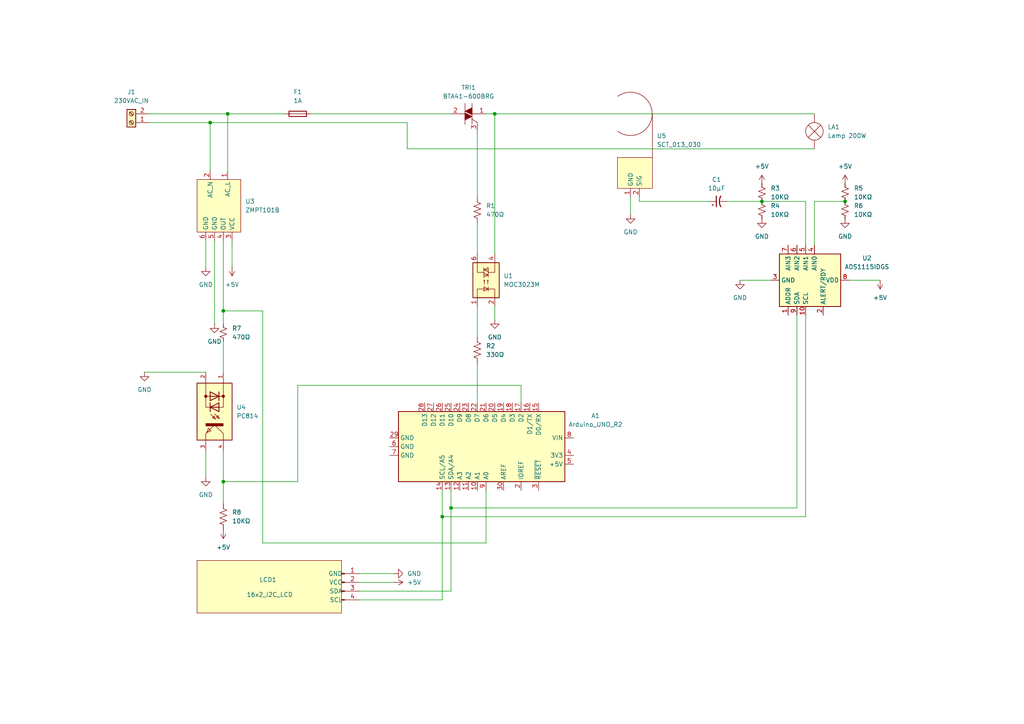
<source format=kicad_sch>
(kicad_sch (version 20250114) (generator "eeschema") (generator_version "9.0")
  (paper "A4")
  (title_block (title "AC_Power_Controller") (date "2025-11-01") (rev "1.1"))
  (lib_symbols
    (symbol "Analog_ADC:ADS1115IDGS"
      (property "Reference" "U" (at 2.54 13.97 0))
      (property "Value" "ADS1115IDGS" (at 7.62 11.43 0))
      (symbol "ADS1115IDGS_0_1"
        (rectangle (start -7.62 10.16) (end 7.62 -7.62) (stroke (width 0.254)) (fill (type background)))
      )
      (symbol "ADS1115IDGS_1_1"
        (pin input line (at -10.16 2.54 0) (length 2.54) (name "AIN0") (number "4"))
        (pin input line (at -10.16 0 0) (length 2.54) (name "AIN1") (number "5"))
        (pin input line (at -10.16 -2.54 0) (length 2.54) (name "AIN2") (number "6"))
        (pin input line (at -10.16 -5.08 0) (length 2.54) (name "AIN3") (number "7"))
        (pin power_in line (at 0 12.7 270) (length 2.54) (name "VDD") (number "8"))
        (pin power_in line (at 0 -10.16 90) (length 2.54) (name "GND") (number "3"))
        (pin output line (at 10.16 5.08 180) (length 2.54) (name "ALERT/RDY") (number "2"))
        (pin input line (at 10.16 0 180) (length 2.54) (name "SCL") (number "10"))
        (pin bidirectional line (at 10.16 -2.54 180) (length 2.54) (name "SDA") (number "9"))
        (pin input line (at 10.16 -5.08 180) (length 2.54) (name "ADDR") (number "1"))
      )
    )
    (symbol "Connector:Conn_01x04_Pin" (pin_names (offset 1.016))
      (property "Reference" "LCD1" (at -20.066 2.032 0))
      (property "Value" "16x2_I2C_LCD" (at -19.558 -2.286 0))
      (symbol "Conn_01x04_Pin_1_1"
        (rectangle (start -40.64 7.62) (end 1.27 -7.62) (fill (type background)))
        (rectangle (start 2.1336 3.937) (end 1.27 3.683) (stroke (width 0.1524)) (fill (type outline)))
        (rectangle (start 2.1336 1.397) (end 1.27 1.143) (stroke (width 0.1524)) (fill (type outline)))
        (rectangle (start 2.1336 -1.143) (end 1.27 -1.397) (stroke (width 0.1524)) (fill (type outline)))
        (rectangle (start 2.1336 -3.683) (end 1.27 -3.937) (stroke (width 0.1524)) (fill (type outline)))
        (polyline (pts (xy 2.54 3.81) (xy 2.1336 3.81)) (stroke (width 0.1524)))
        (polyline (pts (xy 2.54 1.27) (xy 2.1336 1.27)) (stroke (width 0.1524)))
        (polyline (pts (xy 2.54 -1.27) (xy 2.1336 -1.27)) (stroke (width 0.1524)))
        (polyline (pts (xy 2.54 -3.81) (xy 2.1336 -3.81)) (stroke (width 0.1524)))
        (pin power_in line (at 6.35 3.81 180) (length 3.81) (name "GND") (number "1"))
        (pin power_in line (at 6.35 1.27 180) (length 3.81) (name "VCC") (number "2"))
        (pin bidirectional line (at 6.35 -1.27 180) (length 3.81) (name "SDA") (number "3"))
        (pin bidirectional line (at 6.35 -3.81 180) (length 3.81) (name "SCL") (number "4"))
      )
    )
    (symbol "Connector:Screw_Terminal_01x02" (pin_names (offset 1.016) (hide yes))
      (property "Reference" "J" (at 0 2.54 0))
      (property "Value" "Screw_Terminal_01x02" (at 0 -5.08 0))
      (symbol "Screw_Terminal_01x02_1_1"
        (rectangle (start -1.27 1.27) (end 1.27 -3.81) (stroke (width 0.254)) (fill (type background)))
        (polyline (pts (xy -0.5334 0.3302) (xy 0.3302 -0.508)) (stroke (width 0.1524)))
        (polyline (pts (xy -0.5334 -2.2098) (xy 0.3302 -3.048)) (stroke (width 0.1524)))
        (polyline (pts (xy -0.3556 0.508) (xy 0.508 -0.3302)) (stroke (width 0.1524)))
        (polyline (pts (xy -0.3556 -2.032) (xy 0.508 -2.8702)) (stroke (width 0.1524)))
        (circle (center 0 0) (radius 0.635) (stroke (width 0.1524)))
        (circle (center 0 -2.54) (radius 0.635) (stroke (width 0.1524)))
        (pin passive line (at -5.08 0 0) (length 3.81) (name "Pin_1") (number "1"))
        (pin passive line (at -5.08 -2.54 0) (length 3.81) (name "Pin_2") (number "2"))
      )
    )
    (symbol "Device:C_Polarized_Small_US" (pin_numbers (hide yes)) (pin_names (offset 0.254) (hide yes))
      (property "Reference" "C" (at 0.254 1.778 0))
      (property "Value" "C_Polarized_Small_US" (at 0.254 -2.032 0))
      (symbol "C_Polarized_Small_US_0_1"
        (polyline (pts (xy -1.524 0.508) (xy 1.524 0.508)) (stroke (width 0.3048)))
        (polyline (pts (xy -1.27 1.524) (xy -0.762 1.524)))
        (polyline (pts (xy -1.016 1.27) (xy -1.016 1.778)))
        (arc (start -1.524 -0.762) (mid 0 -0.3734) (end 1.524 -0.762) (stroke (width 0.3048)))
      )
      (symbol "C_Polarized_Small_US_1_1"
        (pin passive line (at 0 2.54 270) (length 2.032) (name "~") (number "1"))
        (pin passive line (at 0 -2.54 90) (length 2.032) (name "~") (number "2"))
      )
    )
    (symbol "Device:Fuse" (pin_numbers (hide yes)) (pin_names (offset 0))
      (property "Reference" "F" (at 2.032 0 90))
      (property "Value" "Fuse" (at -1.905 0 90))
      (symbol "Fuse_0_1"
        (rectangle (start -0.762 -2.54) (end 0.762 2.54) (stroke (width 0.254)))
        (polyline (pts (xy 0 2.54) (xy 0 -2.54)))
      )
      (symbol "Fuse_1_1"
        (pin passive line (at 0 3.81 270) (length 1.27) (name "~") (number "1"))
        (pin passive line (at 0 -3.81 90) (length 1.27) (name "~") (number "2"))
      )
    )
    (symbol "Device:Lamp" (pin_numbers (hide yes)) (pin_names (offset 0.0254) (hide yes))
      (property "Reference" "LA" (at 0.635 3.81 0))
      (property "Value" "Lamp" (at 0.635 -3.81 0))
      (symbol "Lamp_0_1"
        (polyline (pts (xy -1.778 1.778) (xy 1.778 -1.778)))
        (circle (center 0 0) (radius 2.54))
        (polyline (pts (xy 1.778 1.778) (xy -1.778 -1.778)))
      )
      (symbol "Lamp_1_1"
        (pin passive line (at 0 5.08 270) (length 2.54) (name "+") (number "2"))
        (pin passive line (at 0 -5.08 90) (length 2.54) (name "-") (number "1"))
      )
    )
    (symbol "Device:R_Small_US" (pin_numbers (hide yes)) (pin_names (offset 0.254) (hide yes))
      (property "Reference" "R" (at 0.762 0.508 0))
      (property "Value" "R_Small_US" (at 0.762 -1.016 0))
      (symbol "R_Small_US_1_1"
        (polyline (pts (xy 0 1.524) (xy 1.016 1.143) (xy 0 0.762) (xy -1.016 0.381) (xy 0 0)))
        (polyline (pts (xy 0 0) (xy 1.016 -0.381) (xy 0 -0.762) (xy -1.016 -1.143) (xy 0 -1.524)))
        (pin passive line (at 0 2.54 270) (length 1.016) (name "~") (number "1"))
        (pin passive line (at 0 -2.54 90) (length 1.016) (name "~") (number "2"))
      )
    )
    (symbol "Device:R_US" (pin_numbers (hide yes)) (pin_names (offset 0))
      (property "Reference" "R" (at 2.54 0 90))
      (property "Value" "R_US" (at -2.54 0 90))
      (symbol "R_US_0_1"
        (polyline (pts (xy 0 2.286) (xy 0 2.54)))
        (polyline (pts (xy 0 2.286) (xy 1.016 1.905) (xy 0 1.524) (xy -1.016 1.143) (xy 0 0.762)))
        (polyline (pts (xy 0 0.762) (xy 1.016 0.381) (xy 0 0) (xy -1.016 -0.381) (xy 0 -0.762)))
        (polyline (pts (xy 0 -0.762) (xy 1.016 -1.143) (xy 0 -1.524) (xy -1.016 -1.905) (xy 0 -2.286)))
        (polyline (pts (xy 0 -2.286) (xy 0 -2.54)))
      )
      (symbol "R_US_1_1"
        (pin passive line (at 0 3.81 270) (length 1.27) (name "~") (number "1"))
        (pin passive line (at 0 -3.81 90) (length 1.27) (name "~") (number "2"))
      )
    )
    (symbol "MCU_Module:Arduino_UNO_R2"
      (property "Reference" "A" (at -10.16 23.495 0))
      (property "Value" "Arduino_UNO_R2" (at 5.08 -26.67 0))
      (symbol "Arduino_UNO_R2_0_1"
        (rectangle (start -10.16 22.86) (end 10.16 -25.4) (stroke (width 0.254)) (fill (type background)))
      )
      (symbol "Arduino_UNO_R2_1_1"
        (pin bidirectional line (at -12.7 15.24 0) (length 2.54) (name "D0/RX") (number "15"))
        (pin bidirectional line (at -12.7 12.7 0) (length 2.54) (name "D1/TX") (number "16"))
        (pin bidirectional line (at -12.7 10.16 0) (length 2.54) (name "D2") (number "17"))
        (pin bidirectional line (at -12.7 7.62 0) (length 2.54) (name "D3") (number "18"))
        (pin bidirectional line (at -12.7 5.08 0) (length 2.54) (name "D4") (number "19"))
        (pin bidirectional line (at -12.7 2.54 0) (length 2.54) (name "D5") (number "20"))
        (pin bidirectional line (at -12.7 0 0) (length 2.54) (name "D6") (number "21"))
        (pin bidirectional line (at -12.7 -2.54 0) (length 2.54) (name "D7") (number "22"))
        (pin bidirectional line (at -12.7 -5.08 0) (length 2.54) (name "D8") (number "23"))
        (pin bidirectional line (at -12.7 -7.62 0) (length 2.54) (name "D9") (number "24"))
        (pin bidirectional line (at -12.7 -10.16 0) (length 2.54) (name "D10") (number "25"))
        (pin bidirectional line (at -12.7 -12.7 0) (length 2.54) (name "D11") (number "26"))
        (pin bidirectional line (at -12.7 -15.24 0) (length 2.54) (name "D12") (number "27"))
        (pin bidirectional line (at -12.7 -17.78 0) (length 2.54) (name "D13") (number "28"))
        (pin no_connect line (at -10.16 -20.32 0) (length 2.54) (hide yes) (name "NC") (number "1"))
        (pin power_in line (at -2.54 25.4 270) (length 2.54) (name "VIN") (number "8"))
        (pin power_in line (at -2.54 -27.94 90) (length 2.54) (name "GND") (number "29"))
        (pin power_in line (at 0 -27.94 90) (length 2.54) (name "GND") (number "6"))
        (pin power_out line (at 2.54 25.4 270) (length 2.54) (name "3V3") (number "4"))
        (pin power_in line (at 2.54 -27.94 90) (length 2.54) (name "GND") (number "7"))
        (pin power_out line (at 5.08 25.4 270) (length 2.54) (name "+5V") (number "5"))
        (pin input line (at 12.7 15.24 180) (length 2.54) (name "~{RESET}") (number "3"))
        (pin output line (at 12.7 10.16 180) (length 2.54) (name "IOREF") (number "2"))
        (pin input line (at 12.7 5.08 180) (length 2.54) (name "AREF") (number "30"))
        (pin bidirectional line (at 12.7 0 180) (length 2.54) (name "A0") (number "9"))
        (pin bidirectional line (at 12.7 -2.54 180) (length 2.54) (name "A1") (number "10"))
        (pin bidirectional line (at 12.7 -5.08 180) (length 2.54) (name "A2") (number "11"))
        (pin bidirectional line (at 12.7 -7.62 180) (length 2.54) (name "A3") (number "12"))
        (pin bidirectional line (at 12.7 -10.16 180) (length 2.54) (name "SDA/A4") (number "13"))
        (pin bidirectional line (at 12.7 -12.7 180) (length 2.54) (name "SCL/A5") (number "14"))
      )
    )
    (symbol "My_Library:SCT_013_030_Module"
      (property "Reference" "U" (at 6.096 1.778 0))
      (property "Value" "SCT_013_030" (at 0 0 0))
      (symbol "SCT_013_030_Module_0_1"
        (arc (start -4.953 22.86) (mid 5.0046 17.78) (end -4.953 12.7))
        (polyline (pts (xy 5.08 5.08) (xy 5.08 17.78)))
      )
      (symbol "SCT_013_030_Module_1_1"
        (rectangle (start -5.08 5.08) (end 5.08 -3.81) (fill (type background)))
        (pin passive line (at -1.27 -6.35 90) (length 2.54) (name "GND") (number "1"))
        (pin passive line (at 1.27 -6.35 90) (length 2.54) (name "SIG") (number "2"))
      )
    )
    (symbol "My_Library:ZMPT101B_Module"
      (property "Reference" "U?" (at 8.128 1.27 0))
      (property "Value" "ZMPT101B" (at 11.684 -1.778 0))
      (symbol "ZMPT101B_Module_1_1"
        (rectangle (start -6.35 7.62) (end 6.35 -7.62) (fill (type background)))
        (pin power_in line (at -3.81 -10.16 90) (length 2.54) (name "GND") (number "6"))
        (pin passive line (at -2.54 10.16 270) (length 2.54) (name "AC_N") (number "2"))
        (pin input line (at -1.27 -10.16 90) (length 2.54) (name "GND") (number "5"))
        (pin output line (at 1.27 -10.16 90) (length 2.54) (name "OUT") (number "4"))
        (pin passive line (at 2.54 10.16 270) (length 2.54) (name "AC_L") (number "1"))
        (pin power_in line (at 3.81 -10.16 90) (length 2.54) (name "VCC") (number "3"))
      )
    )
    (symbol "PC814:PC814" (pin_names (offset 1.016))
      (property "Reference" "U?" (at -0.0001 6.35 90))
      (property "Value" "PC814" (at 2.5399 6.35 90))
      (symbol "PC814_0_0"
        (rectangle (start -6.985 5.08) (end 9.525 -5.08) (stroke (width 0.254)) (fill (type background)))
        (polyline (pts (xy -4.445 1.27) (xy -3.175 1.27)) (stroke (width 0.254)))
        (polyline (pts (xy -4.445 -1.27) (xy -3.175 1.27)) (stroke (width 0.254)))
        (polyline (pts (xy -4.445 -1.27) (xy -3.175 -1.27)) (stroke (width 0.254)))
        (circle (center -3.175 2.54) (radius 0.254) (stroke (width 0.4064)))
        (polyline (pts (xy -3.175 2.54) (xy -7.62 2.54)) (stroke (width 0.1524)))
        (polyline (pts (xy -3.175 2.54) (xy -3.175 1.27)) (stroke (width 0.1524)))
        (polyline (pts (xy -3.175 2.54) (xy 0 2.54)) (stroke (width 0.1524)))
        (polyline (pts (xy -3.175 1.27) (xy -1.905 1.27)) (stroke (width 0.254)))
        (polyline (pts (xy -3.175 1.27) (xy -1.905 -1.27)) (stroke (width 0.254)))
        (polyline (pts (xy -3.175 -1.27) (xy -3.175 1.27)) (stroke (width 0.254)))
        (polyline (pts (xy -3.175 -1.27) (xy -1.905 -1.27)) (stroke (width 0.254)))
        (circle (center -3.175 -2.54) (radius 0.254) (stroke (width 0.4064)))
        (polyline (pts (xy -3.175 -2.54) (xy -7.62 -2.54)) (stroke (width 0.1524)))
        (polyline (pts (xy -3.175 -2.54) (xy -3.175 -1.27)) (stroke (width 0.1524)))
        (polyline (pts (xy -3.175 -2.54) (xy 0 -2.54)) (stroke (width 0.1524)))
        (polyline (pts (xy 0 2.54) (xy 0 1.27)) (stroke (width 0.1524)))
        (polyline (pts (xy 0 1.27) (xy -1.27 1.27)) (stroke (width 0.254)))
        (polyline (pts (xy 0 1.27) (xy 0 -1.27)) (stroke (width 0.254)))
        (polyline (pts (xy 0 -1.27) (xy -1.27 1.27)) (stroke (width 0.254)))
        (polyline (pts (xy 0 -1.27) (xy -1.27 -1.27)) (stroke (width 0.254)))
        (polyline (pts (xy 0 -2.54) (xy 0 -1.27)) (stroke (width 0.1524)))
        (polyline (pts (xy 1.27 1.27) (xy 0 1.27)) (stroke (width 0.254)))
        (polyline (pts (xy 1.27 1.27) (xy 0 -1.27)) (stroke (width 0.254)))
        (polyline (pts (xy 1.27 -1.27) (xy 0 -1.27)) (stroke (width 0.254)))
        (polyline (pts (xy 1.905 0) (xy 3.302 1.397)) (stroke (width 0.1524)))
        (polyline (pts (xy 2.032 -1.143) (xy 3.429 0.254)) (stroke (width 0.1524)))
        (polyline (pts (xy 2.413 1.016) (xy 2.921 0.508)) (stroke (width 0.1524)))
        (polyline (pts (xy 2.54 -0.127) (xy 3.048 -0.635)) (stroke (width 0.1524)))
        (polyline (pts (xy 2.921 0.508) (xy 3.302 1.397)) (stroke (width 0.1524)))
        (polyline (pts (xy 3.048 -0.635) (xy 3.429 0.254)) (stroke (width 0.1524)))
        (polyline (pts (xy 3.302 1.397) (xy 2.413 1.016)) (stroke (width 0.1524)))
        (polyline (pts (xy 3.429 0.254) (xy 2.54 -0.127)) (stroke (width 0.1524)))
        (rectangle (start 4.7005 -2.5408) (end 5.461 2.54) (stroke (width 0.1)) (fill (type outline)))
        (polyline (pts (xy 5.08 0) (xy 7.366 -2.286)) (stroke (width 0.1524)))
        (polyline (pts (xy 6.096 -1.778) (xy 6.858 -1.016)) (stroke (width 0.1524)))
        (polyline (pts (xy 6.858 -1.016) (xy 7.366 -2.286)) (stroke (width 0.1524)))
        (polyline (pts (xy 7.366 -2.286) (xy 6.096 -1.778)) (stroke (width 0.1524)))
        (polyline (pts (xy 7.366 -2.286) (xy 7.62 -2.54)) (stroke (width 0.1524)))
        (polyline (pts (xy 7.62 2.54) (xy 5.08 0)) (stroke (width 0.1524)))
        (polyline (pts (xy 7.62 2.54) (xy 10.16 2.54)) (stroke (width 0.1524)))
        (polyline (pts (xy 7.62 -2.54) (xy 10.16 -2.54)) (stroke (width 0.1524)))
        (pin passive line (at -10.16 2.54 0) (length 2.54) (name "~") (number "1"))
        (pin passive line (at -10.16 -2.54 0) (length 2.54) (name "~") (number "2"))
        (pin passive line (at 12.7 2.54 180) (length 2.54) (name "~") (number "4"))
        (pin passive line (at 12.7 -2.54 180) (length 2.54) (name "~") (number "3"))
      )
    )
    (symbol "Relay_SolidState:MOC3023M"
      (property "Reference" "U" (at -5.334 4.826 0))
      (property "Value" "MOC3023M" (at 0 5.08 0))
      (symbol "MOC3023M_0_1"
        (rectangle (start -5.08 3.81) (end 5.08 -3.81) (stroke (width 0.254)) (fill (type background)))
        (polyline (pts (xy -5.08 2.54) (xy -2.54 2.54) (xy -2.54 -2.54) (xy -5.08 -2.54)))
        (polyline (pts (xy -3.175 -0.635) (xy -1.905 -0.635)))
        (polyline (pts (xy -2.54 -0.635) (xy -3.175 0.635) (xy -1.905 0.635) (xy -2.54 -0.635)))
        (polyline (pts (xy -1.143 0.508) (xy 0.127 0.508) (xy -0.254 0.381) (xy -0.254 0.635) (xy 0.127 0.508)))
        (polyline (pts (xy -1.143 -0.508) (xy 0.127 -0.508) (xy -0.254 -0.635) (xy -0.254 -0.381) (xy 0.127 -0.508)))
        (polyline (pts (xy 0.889 -0.635) (xy 3.683 -0.635) (xy 3.048 0.635) (xy 2.413 -0.635)))
        (polyline (pts (xy 1.524 -0.635) (xy 1.524 0.635)))
        (polyline (pts (xy 2.286 0.635) (xy 2.286 2.54) (xy 5.08 2.54)))
        (polyline (pts (xy 2.286 -0.635) (xy 2.286 -2.54) (xy 5.08 -2.54)))
        (polyline (pts (xy 3.048 0.635) (xy 3.048 -0.635)))
        (polyline (pts (xy 3.683 0.635) (xy 0.889 0.635) (xy 1.524 -0.635) (xy 2.159 0.635)))
      )
      (symbol "MOC3023M_1_1"
        (pin passive line (at -7.62 2.54 0) (length 2.54) (name "~") (number "1"))
        (pin passive line (at -7.62 -2.54 0) (length 2.54) (name "~") (number "2"))
        (pin no_connect line (at -5.08 0 0) (length 2.54) (hide yes) (name "NC") (number "3"))
        (pin no_connect line (at 5.08 0 180) (length 2.54) (hide yes) (name "NC") (number "5"))
        (pin passive line (at 7.62 2.54 180) (length 2.54) (name "~") (number "6"))
        (pin passive line (at 7.62 -2.54 180) (length 2.54) (name "~") (number "4"))
      )
    )
    (symbol "dk_Thyristors-TRIACs:BTA41-600BRG" (pin_names (offset 0) (hide yes))
      (property "Reference" "TRI" (at -3.175 2.54 0))
      (property "Value" "BTA41-600BRG" (at 2.54 -2.54 0))
      (symbol "BTA41-600BRG_0_1"
        (polyline (pts (xy -3.048 1.016) (xy 3.048 1.016)))
        (polyline (pts (xy -2.54 -2.54) (xy -1.524 -1.016)))
        (polyline (pts (xy -0.762 -1.016) (xy -1.778 1.016) (xy 0.254 1.016) (xy -0.762 -1.016)) (fill (type outline)))
        (polyline (pts (xy 0 2.54) (xy 0 1.016)))
        (polyline (pts (xy 0 -2.54) (xy 0 -1.016)))
        (polyline (pts (xy 0.762 1.016) (xy -0.254 -1.016) (xy 1.778 -1.016) (xy 0.762 1.016)) (fill (type outline)))
        (polyline (pts (xy 3.048 -1.016) (xy -3.048 -1.016)))
      )
      (symbol "BTA41-600BRG_1_1"
        (pin input line (at -5.08 -2.54 0) (length 2.54) (name "G") (number "3"))
        (pin passive line (at 0 5.08 270) (length 2.54) (name "A2") (number "2"))
        (pin passive line (at 0 -5.08 90) (length 2.54) (name "A1") (number "1"))
      )
    )
    (symbol "power:+5V" (power) (pin_numbers (hide yes)) (pin_names (offset 0) (hide yes))
      (property "Value" "+5V" (at 0 3.556 0))
      (symbol "+5V_0_1"
        (polyline (pts (xy -0.762 1.27) (xy 0 2.54)))
        (polyline (pts (xy 0 2.54) (xy 0.762 1.27)))
        (polyline (pts (xy 0 0) (xy 0 2.54)))
      )
      (symbol "+5V_1_1"
        (pin power_in line (at 0 0 90) (length 0) (name "~") (number "1"))
      )
    )
    (symbol "power:GND" (power) (pin_numbers (hide yes)) (pin_names (offset 0) (hide yes))
      (property "Value" "GND" (at 0 -3.81 0))
      (symbol "GND_0_1"
        (polyline (pts (xy 0 0) (xy 0 -1.27) (xy 1.27 -1.27) (xy 0 -2.54) (xy -1.27 -1.27) (xy 0 -1.27)))
      )
      (symbol "GND_1_1"
        (pin power_in line (at 0 0 270) (length 0) (name "~") (number "1"))
      )
    )
  )
  (junction (at 143.51 33.02))
  (junction (at 66.04 33.02))
  (junction (at 64.77 139.7))
  (junction (at 128.27 149.86))
  (junction (at 130.81 147.32))
  (junction (at 60.96 35.56))
  (junction (at 64.77 90.17))
  (junction (at 245.11 58.42))
  (junction (at 220.98 58.42))
  (wire (pts (xy 128.27 149.86) (xy 233.68 149.86)))
  (wire (pts (xy 66.04 33.02) (xy 66.04 49.53)))
  (wire (pts (xy 140.97 33.02) (xy 143.51 33.02)))
  (wire (pts (xy 233.68 58.42) (xy 233.68 71.12)))
  (wire (pts (xy 214.63 81.28) (xy 223.52 81.28)))
  (wire (pts (xy 128.27 142.24) (xy 128.27 149.86)))
  (wire (pts (xy 104.14 173.99) (xy 128.27 173.99)))
  (wire (pts (xy 76.2 157.48) (xy 76.2 90.17)))
  (wire (pts (xy 67.31 69.85) (xy 67.31 77.47)))
  (wire (pts (xy 76.2 90.17) (xy 64.77 90.17)))
  (wire (pts (xy 151.13 111.76) (xy 86.36 111.76)))
  (wire (pts (xy 210.82 58.42) (xy 220.98 58.42)))
  (wire (pts (xy 130.81 147.32) (xy 130.81 171.45)))
  (wire (pts (xy 43.18 35.56) (xy 60.96 35.56)))
  (wire (pts (xy 231.14 91.44) (xy 231.14 147.32)))
  (wire (pts (xy 128.27 149.86) (xy 128.27 173.99)))
  (wire (pts (xy 64.77 139.7) (xy 64.77 146.05)))
  (wire (pts (xy 64.77 90.17) (xy 64.77 93.98)))
  (wire (pts (xy 64.77 99.06) (xy 64.77 107.95)))
  (wire (pts (xy 185.42 58.42) (xy 205.74 58.42)))
  (wire (pts (xy 143.51 88.9) (xy 143.51 92.71)))
  (wire (pts (xy 104.14 171.45) (xy 130.81 171.45)))
  (wire (pts (xy 143.51 33.02) (xy 143.51 73.66)))
  (wire (pts (xy 220.98 58.42) (xy 233.68 58.42)))
  (wire (pts (xy 41.91 107.95) (xy 59.69 107.95)))
  (wire (pts (xy 64.77 130.81) (xy 64.77 139.7)))
  (wire (pts (xy 90.17 33.02) (xy 130.81 33.02)))
  (wire (pts (xy 140.97 142.24) (xy 140.97 157.48)))
  (wire (pts (xy 236.22 58.42) (xy 245.11 58.42)))
  (wire (pts (xy 236.22 71.12) (xy 236.22 58.42)))
  (wire (pts (xy 118.11 43.18) (xy 236.22 43.18)))
  (wire (pts (xy 104.14 166.37) (xy 114.3 166.37)))
  (wire (pts (xy 138.43 38.1) (xy 138.43 57.15)))
  (wire (pts (xy 59.69 130.81) (xy 59.69 138.43)))
  (wire (pts (xy 118.11 35.56) (xy 118.11 43.18)))
  (wire (pts (xy 138.43 105.41) (xy 138.43 116.84)))
  (wire (pts (xy 66.04 33.02) (xy 82.55 33.02)))
  (wire (pts (xy 86.36 139.7) (xy 64.77 139.7)))
  (wire (pts (xy 185.42 57.15) (xy 185.42 58.42)))
  (wire (pts (xy 143.51 33.02) (xy 236.22 33.02)))
  (wire (pts (xy 140.97 157.48) (xy 76.2 157.48)))
  (wire (pts (xy 138.43 88.9) (xy 138.43 97.79)))
  (wire (pts (xy 138.43 64.77) (xy 138.43 73.66)))
  (wire (pts (xy 104.14 168.91) (xy 114.3 168.91)))
  (wire (pts (xy 182.88 57.15) (xy 182.88 62.23)))
  (wire (pts (xy 233.68 91.44) (xy 233.68 149.86)))
  (wire (pts (xy 86.36 111.76) (xy 86.36 139.7)))
  (wire (pts (xy 64.77 69.85) (xy 64.77 90.17)))
  (wire (pts (xy 43.18 33.02) (xy 66.04 33.02)))
  (wire (pts (xy 151.13 116.84) (xy 151.13 111.76)))
  (wire (pts (xy 60.96 35.56) (xy 118.11 35.56)))
  (wire (pts (xy 130.81 142.24) (xy 130.81 147.32)))
  (wire (pts (xy 246.38 81.28) (xy 255.27 81.28)))
  (wire (pts (xy 62.23 69.85) (xy 62.23 93.98)))
  (wire (pts (xy 231.14 147.32) (xy 130.81 147.32)))
  (wire (pts (xy 59.69 69.85) (xy 59.69 77.47)))
  (wire (pts (xy 60.96 49.53) (xy 60.96 35.56)))
  (symbol (lib_id "power:GND") (at 214.63 81.28 0) (unit 1)
    (property "Reference" "#PWR015" (effects (hide yes)))
    (property "Value" "GND" (at 214.63 86.36 0))
    (property "Description" "Power symbol creates a global label with name \"GND\" , ground" (effects (hide yes)))
  )
  (symbol (lib_id "My_Library:ZMPT101B_Module") (at 63.5 59.69 0) (unit 1)
    (property "Reference" "U3" (at 71.12 58.4199 0) (effects (justify left)))
    (property "Value" "ZMPT101B" (at 71.12 60.9599 0) (effects (justify left)))
    (property "Footprint" "Connector_PinHeader_2.54mm:PinHeader_1x06_P2.54mm_Vertical" (effects (hide yes)))
  )
  (symbol (lib_id "Device:R_Small_US") (at 245.11 55.88 0) (unit 1)
    (property "Reference" "R5" (at 247.65 54.6099 0) (effects (justify left)))
    (property "Value" "10KΩ" (at 247.65 57.1499 0) (effects (justify left)))
    (property "Footprint" "Resistor_THT:R_Axial_DIN0204_L3.6mm_D1.6mm_P5.08mm_Horizontal" (effects (hide yes)))
    (property "Description" "Resistor, small US symbol" (effects (hide yes)))
  )
  (symbol (lib_id "Device:C_Polarized_Small_US") (at 208.28 58.42 90) (unit 1)
    (property "Reference" "C1" (at 207.8482 52.07 90))
    (property "Value" "10µF" (at 207.8482 54.61 90))
    (property "Footprint" "Connector_PinHeader_2.54mm:PinHeader_1x06_P2.54mm_Vertical" (effects (hide yes)))
    (property "Description" "Polarized capacitor, small US symbol" (effects (hide yes)))
  )
  (symbol (lib_id "power:+5V") (at 220.98 53.34 0) (unit 1)
    (property "Reference" "#PWR03" (effects (hide yes)))
    (property "Value" "+5V" (at 220.98 48.26 0))
    (property "Description" "Power symbol creates a global label with name \"+5V\"" (effects (hide yes)))
  )
  (symbol (lib_id "power:GND") (at 59.69 138.43 0) (unit 1)
    (property "Reference" "#PWR011" (effects (hide yes)))
    (property "Value" "GND" (at 59.69 143.51 0))
    (property "Description" "Power symbol creates a global label with name \"GND\" , ground" (effects (hide yes)))
  )
  (symbol (lib_id "Device:Lamp") (at 236.22 38.1 0) (unit 1)
    (property "Reference" "LA1" (at 240.03 36.8299 0) (effects (justify left)))
    (property "Value" "Lamp 200W" (at 240.03 39.3699 0) (effects (justify left)))
    (property "Footprint" "Connector_PinHeader_2.54mm:PinHeader_1x02_P2.54mm_Vertical" (effects (hide yes)))
    (property "Description" "Lamp" (effects (hide yes)))
  )
  (symbol (lib_id "power:+5V") (at 114.3 168.91 270) (unit 1)
    (property "Reference" "#PWR013" (effects (hide yes)))
    (property "Value" "+5V" (at 118.11 168.9099 90) (effects (justify left)))
    (property "Description" "Power symbol creates a global label with name \"+5V\"" (effects (hide yes)))
  )
  (symbol (lib_id "Device:R_Small_US") (at 220.98 60.96 0) (unit 1)
    (property "Reference" "R4" (at 223.52 59.6899 0) (effects (justify left)))
    (property "Value" "10KΩ" (at 223.52 62.2299 0) (effects (justify left)))
    (property "Footprint" "Resistor_THT:R_Axial_DIN0204_L3.6mm_D1.6mm_P5.08mm_Horizontal" (effects (hide yes)))
    (property "Description" "Resistor, small US symbol" (effects (hide yes)))
  )
  (symbol (lib_id "power:+5V") (at 64.77 153.67 180) (unit 1)
    (property "Reference" "#PWR012" (effects (hide yes)))
    (property "Value" "+5V" (at 64.77 158.75 0))
    (property "Description" "Power symbol creates a global label with name \"+5V\"" (effects (hide yes)))
  )
  (symbol (lib_id "power:GND") (at 41.91 107.95 0) (unit 1)
    (property "Reference" "#PWR010" (effects (hide yes)))
    (property "Value" "GND" (at 41.91 113.03 0))
    (property "Description" "Power symbol creates a global label with name \"GND\" , ground" (effects (hide yes)))
  )
  (symbol (lib_id "Device:R_Small_US") (at 220.98 55.88 0) (unit 1)
    (property "Reference" "R3" (at 223.52 54.6099 0) (effects (justify left)))
    (property "Value" "10KΩ" (at 223.52 57.1499 0) (effects (justify left)))
    (property "Footprint" "Resistor_THT:R_Axial_DIN0204_L3.6mm_D1.6mm_P5.08mm_Horizontal" (effects (hide yes)))
    (property "Description" "Resistor, small US symbol" (effects (hide yes)))
  )
  (symbol (lib_id "power:GND") (at 62.23 93.98 0) (unit 1)
    (property "Reference" "#PWR09" (effects (hide yes)))
    (property "Value" "GND" (at 62.23 99.06 0))
    (property "Description" "Power symbol creates a global label with name \"GND\" , ground" (effects (hide yes)))
  )
  (symbol (lib_id "power:GND") (at 220.98 63.5 0) (unit 1)
    (property "Reference" "#PWR04" (effects (hide yes)))
    (property "Value" "GND" (at 220.98 68.58 0))
    (property "Description" "Power symbol creates a global label with name \"GND\" , ground" (effects (hide yes)))
  )
  (symbol (lib_id "Device:R_Small_US") (at 64.77 96.52 0) (unit 1)
    (property "Reference" "R7" (at 67.31 95.2499 0) (effects (justify left)))
    (property "Value" "470Ω" (at 67.31 97.7899 0) (effects (justify left)))
    (property "Footprint" "Resistor_THT:R_Axial_DIN0204_L3.6mm_D1.6mm_P5.08mm_Horizontal" (effects (hide yes)))
    (property "Description" "Resistor, small US symbol" (effects (hide yes)))
  )
  (symbol (lib_id "power:GND") (at 59.69 77.47 0) (unit 1)
    (property "Reference" "#PWR07" (effects (hide yes)))
    (property "Value" "GND" (at 59.69 82.55 0))
    (property "Description" "Power symbol creates a global label with name \"GND\" , ground" (effects (hide yes)))
  )
  (symbol (lib_id "dk_Thyristors-TRIACs:BTA41-600BRG") (at 135.89 33.02 90) (unit 1)
    (property "Reference" "TRI1" (at 135.89 25.4 90))
    (property "Value" "BTA41-600BRG" (at 135.89 27.94 90))
    (property "Footprint" "digikey-footprints:TOP-3_Vertical_Insulated" (effects (hide yes)))
    (property "Datasheet" "http://www.st.com/content/ccc/resource/technical/document/datasheet/bc/c6/38/ee/88/59/49/0d/CD00002263.pdf/files/CD00002263.pdf/jcr:content/translations/en.CD00002263.pdf" (effects (hide yes)))
    (property "Description" "TRIAC 600V 40A TOP3" (effects (hide yes)))
    (property "Digi-Key_PN" "497-2431-5-ND" (effects (hide yes)))
    (property "MPN" "BTA41-600BRG" (effects (hide yes)))
    (property "Category" "Discrete Semiconductor Products" (effects (hide yes)))
    (property "Family" "Thyristors - TRIACs" (effects (hide yes)))
    (property "DK_Datasheet_Link" "http://www.st.com/content/ccc/resource/technical/document/datasheet/bc/c6/38/ee/88/59/49/0d/CD00002263.pdf/files/CD00002263.pdf/jcr:content/translations/en.CD00002263.pdf" (effects (hide yes)))
    (property "DK_Detail_Page" "/product-detail/en/stmicroelectronics/BTA41-600BRG/497-2431-5-ND/603456" (effects (hide yes)))
    (property "Description_1" "TRIAC 600V 40A TOP3" (effects (hide yes)))
    (property "Manufacturer" "STMicroelectronics" (effects (hide yes)))
    (property "Status" "Active" (effects (hide yes)))
  )
  (symbol (lib_id "Analog_ADC:ADS1115IDGS") (at 233.68 81.28 270) (unit 1)
    (property "Reference" "U2" (at 251.46 74.8598 90))
    (property "Value" "ADS1115IDGS" (at 251.46 77.3998 90))
    (property "Footprint" "Package_SO:TSSOP-10_3x3mm_P0.5mm" (effects (hide yes)))
    (property "Datasheet" "http://www.ti.com/lit/ds/symlink/ads1113.pdf" (effects (hide yes)))
    (property "Description" "Ultra-Small, Low-Power, I2C-Compatible, 860-SPS, 16-Bit ADCs With Internal Reference, Oscillator, and Programmable Comparator, VSSOP-10" (effects (hide yes)))
  )
  (symbol (lib_id "power:+5V") (at 245.11 53.34 0) (unit 1)
    (property "Reference" "#PWR05" (effects (hide yes)))
    (property "Value" "+5V" (at 245.11 48.26 0))
    (property "Description" "Power symbol creates a global label with name \"+5V\"" (effects (hide yes)))
  )
  (symbol (lib_id "power:GND") (at 182.88 62.23 0) (unit 1)
    (property "Reference" "#PWR02" (effects (hide yes)))
    (property "Value" "GND" (at 182.88 67.31 0))
    (property "Description" "Power symbol creates a global label with name \"GND\" , ground" (effects (hide yes)))
  )
  (symbol (lib_id "Device:R_US") (at 138.43 101.6 0) (unit 1)
    (property "Reference" "R2" (at 140.97 100.3299 0) (effects (justify left)))
    (property "Value" "330Ω" (at 140.97 102.8699 0) (effects (justify left)))
    (property "Footprint" "Resistor_THT:R_Axial_DIN0204_L3.6mm_D1.6mm_P5.08mm_Horizontal" (effects (hide yes)))
    (property "Description" "Resistor, US symbol" (effects (hide yes)))
  )
  (symbol (lib_id "PC814:PC814") (at 62.23 118.11 270) (unit 1)
    (property "Reference" "U4" (at 68.58 118.1099 90) (effects (justify left)))
    (property "Value" "PC814" (at 68.58 120.6499 90) (effects (justify left)))
    (property "Footprint" "Package_DIP:DIP-4_W10.16mm" (effects (hide yes)))
    (property "MF" "Essentra Components" (effects (hide yes)))
    (property "Description_1" "Optoisolator Transistor Output 5000Vrms 1 Channel 4-SMD" (effects (hide yes)))
    (property "Package" "DIP-4 Sharp" (effects (hide yes)))
    (property "Price" "None" (effects (hide yes)))
    (property "OC_FARNELL" "9707662" (effects (hide yes)))
    (property "SnapEDA_Link" "https://www.snapeda.com/parts/PC814/Essentra/view-part/?ref=snap" (effects (hide yes)))
    (property "MP" "PC814" (effects (hide yes)))
    (property "OC_NEWARK" "unknown" (effects (hide yes)))
    (property "Availability" "Not in stock" (effects (hide yes)))
    (property "Check_prices" "https://www.snapeda.com/parts/PC814/Essentra/view-part/?ref=eda" (effects (hide yes)))
  )
  (symbol (lib_id "Device:R_US") (at 64.77 149.86 0) (unit 1)
    (property "Reference" "R8" (at 67.31 148.5899 0) (effects (justify left)))
    (property "Value" "10KΩ" (at 67.31 151.1299 0) (effects (justify left)))
    (property "Footprint" "Resistor_THT:R_Axial_DIN0204_L3.6mm_D1.6mm_P5.08mm_Horizontal" (effects (hide yes)))
    (property "Description" "Resistor, US symbol" (effects (hide yes)))
  )
  (symbol (lib_id "My_Library:SCT_013_030_Module") (at 184.15 50.8 0) (unit 1)
    (property "Reference" "U5" (at 190.5 39.4076 0) (effects (justify left)))
    (property "Value" "SCT_013_030" (at 190.5 41.9476 0) (effects (justify left)))
    (property "Footprint" "Connector_PinHeader_2.54mm:PinHeader_1x02_P2.54mm_Vertical" (effects (hide yes)))
  )
  (symbol (lib_id "power:GND") (at 114.3 166.37 90) (unit 1)
    (property "Reference" "#PWR014" (effects (hide yes)))
    (property "Value" "GND" (at 118.11 166.3699 90) (effects (justify right)))
    (property "Description" "Power symbol creates a global label with name \"GND\" , ground" (effects (hide yes)))
  )
  (symbol (lib_id "Device:R_Small_US") (at 245.11 60.96 0) (unit 1)
    (property "Reference" "R6" (at 247.65 59.6899 0) (effects (justify left)))
    (property "Value" "10KΩ" (at 247.65 62.2299 0) (effects (justify left)))
    (property "Footprint" "Resistor_THT:R_Axial_DIN0204_L3.6mm_D1.6mm_P5.08mm_Horizontal" (effects (hide yes)))
    (property "Description" "Resistor, small US symbol" (effects (hide yes)))
  )
  (symbol (lib_id "Connector:Screw_Terminal_01x02") (at 38.1 35.56 180) (unit 1)
    (property "Reference" "J1" (at 38.1 26.67 0))
    (property "Value" "230VAC_IN" (at 38.1 29.21 0))
    (property "Footprint" "Connector_PinHeader_2.54mm:PinHeader_1x02_P2.54mm_Vertical" (effects (hide yes)))
    (property "Description" "Generic screw terminal, single row, 01x02, script generated (kicad-library-utils/schlib/autogen/connector/)" (effects (hide yes)))
  )
  (symbol (lib_id "power:GND") (at 245.11 63.5 0) (unit 1)
    (property "Reference" "#PWR06" (effects (hide yes)))
    (property "Value" "GND" (at 245.11 68.58 0))
    (property "Description" "Power symbol creates a global label with name \"GND\" , ground" (effects (hide yes)))
  )
  (symbol (lib_id "power:+5V") (at 255.27 81.28 180) (unit 1)
    (property "Reference" "#PWR016" (effects (hide yes)))
    (property "Value" "+5V" (at 255.27 86.36 0))
    (property "Description" "Power symbol creates a global label with name \"+5V\"" (effects (hide yes)))
  )
  (symbol (lib_id "Device:R_US") (at 138.43 60.96 0) (unit 1)
    (property "Reference" "R1" (at 140.97 59.6899 0) (effects (justify left)))
    (property "Value" "470Ω" (at 140.97 62.2299 0) (effects (justify left)))
    (property "Footprint" "Resistor_THT:R_Axial_DIN0204_L3.6mm_D1.6mm_P5.08mm_Horizontal" (effects (hide yes)))
    (property "Description" "Resistor, US symbol" (effects (hide yes)))
  )
  (symbol (lib_id "Device:Fuse") (at 86.36 33.02 90) (unit 1)
    (property "Reference" "F1" (at 86.36 26.67 90))
    (property "Value" "1A" (at 86.36 29.21 90))
    (property "Footprint" "Fuse:FuseHolder_Blade_ATO_Littelfuse_FLR_178.6165" (effects (hide yes)))
    (property "Description" "Fuse" (effects (hide yes)))
  )
  (symbol (lib_id "Relay_SolidState:MOC3023M") (at 140.97 81.28 90) (unit 1)
    (property "Reference" "U1" (at 146.05 80.0099 90) (effects (justify right)))
    (property "Value" "MOC3023M" (at 146.05 82.5499 90) (effects (justify right)))
    (property "Footprint" "Package_DIP:DIP-6_W7.62mm" (effects (hide yes)))
    (property "Datasheet" "https://www.onsemi.com/pub/Collateral/MOC3023M-D.PDF" (effects (hide yes)))
    (property "Description" "Random Phase Opto-Triac, Vdrm 400V, Ift 5mA, DIP6" (effects (hide yes)))
  )
  (symbol (lib_id "MCU_Module:Arduino_UNO_R2") (at 140.97 129.54 270) (unit 1)
    (property "Reference" "A1" (at 172.72 120.5798 90))
    (property "Value" "Arduino_UNO_R2" (at 172.72 123.1198 90))
    (property "Footprint" "Module:Arduino_UNO_R2" (effects (hide yes)))
    (property "Datasheet" "https://www.arduino.cc/en/Main/arduinoBoardUno" (effects (hide yes)))
    (property "Description" "Arduino UNO Microcontroller Module, release 2" (effects (hide yes)))
  )
  (symbol (lib_id "power:+5V") (at 67.31 77.47 180) (unit 1)
    (property "Reference" "#PWR08" (effects (hide yes)))
    (property "Value" "+5V" (at 67.31 82.55 0))
    (property "Description" "Power symbol creates a global label with name \"+5V\"" (effects (hide yes)))
  )
  (symbol (lib_id "power:GND") (at 143.51 92.71 0) (unit 1)
    (property "Reference" "#PWR01" (effects (hide yes)))
    (property "Value" "GND" (at 143.51 97.79 0))
    (property "Description" "Power symbol creates a global label with name \"GND\" , ground" (effects (hide yes)))
  )
  (symbol (lib_id "Connector:Conn_01x04_Pin") (at 97.79 170.18 0) (unit 1)
    (property "Reference" "LCD1" (at 77.724 168.148 0))
    (property "Value" "16x2_I2C_LCD" (at 78.232 172.466 0))
    (property "Footprint" "Connector_PinHeader_2.54mm:PinHeader_1x04_P2.54mm_Vertical" (effects (hide yes)))
    (property "Description" "Generic connector, single row, 01x04, script generated" (effects (hide yes)))
  )
)
</source>
